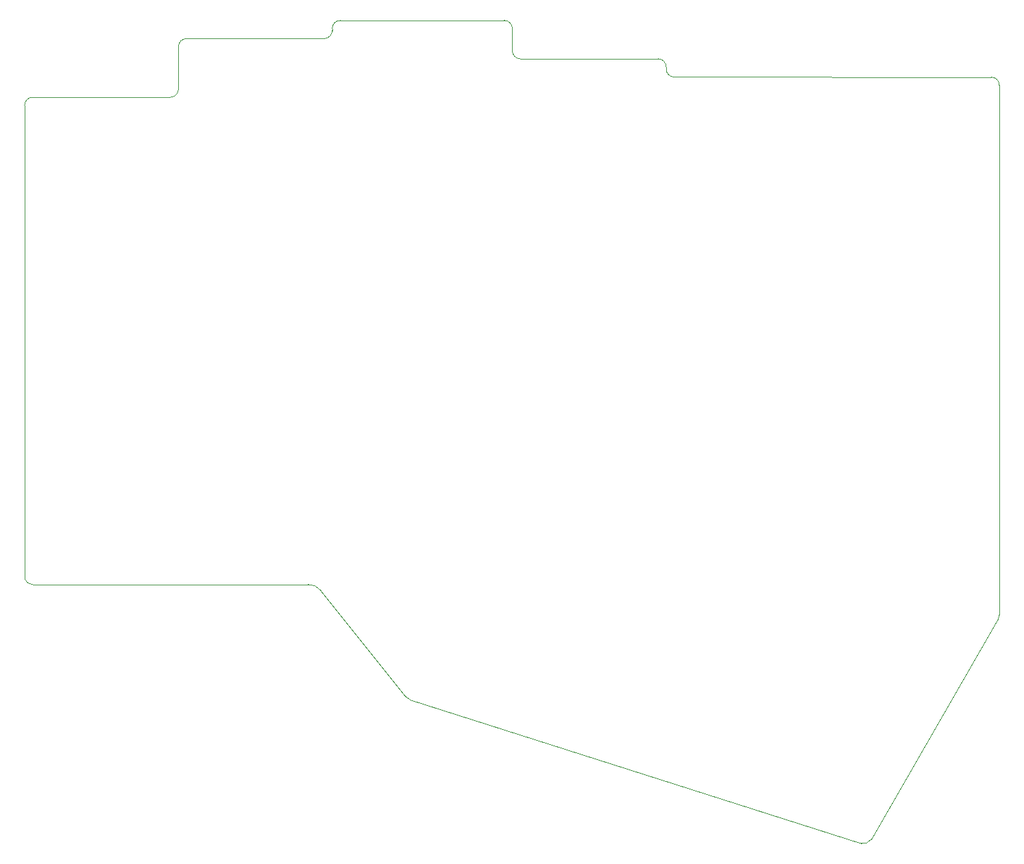
<source format=gbr>
%TF.GenerationSoftware,KiCad,Pcbnew,8.0.2-1*%
%TF.CreationDate,2024-06-10T16:33:35+09:00*%
%TF.ProjectId,Miriball36_bottom,4d697269-6261-46c6-9c33-365f626f7474,rev?*%
%TF.SameCoordinates,Original*%
%TF.FileFunction,Profile,NP*%
%FSLAX46Y46*%
G04 Gerber Fmt 4.6, Leading zero omitted, Abs format (unit mm)*
G04 Created by KiCad (PCBNEW 8.0.2-1) date 2024-06-10 16:33:35*
%MOMM*%
%LPD*%
G01*
G04 APERTURE LIST*
%TA.AperFunction,Profile*%
%ADD10C,0.050000*%
%TD*%
G04 APERTURE END LIST*
D10*
X106090000Y-38040000D02*
G75*
G02*
X107090000Y-39040000I0J-1000000D01*
G01*
X151372522Y-139342328D02*
X167106175Y-112071952D01*
X125090000Y-42790000D02*
X108090000Y-42790000D01*
X106090000Y-38040000D02*
X85840000Y-38040000D01*
X108090000Y-42790000D02*
G75*
G02*
X107090000Y-41790000I0J1000000D01*
G01*
X83440507Y-108542346D02*
X93923574Y-121676077D01*
X46840000Y-48540000D02*
X46840000Y-106790000D01*
X167240000Y-111572212D02*
X167240000Y-46047107D01*
X65840000Y-46540000D02*
G75*
G02*
X64840000Y-47540000I-1000000J0D01*
G01*
X84840000Y-39040000D02*
X84840000Y-39290000D01*
X64840000Y-47540000D02*
X47840000Y-47540000D01*
X166240000Y-45047107D02*
G75*
G02*
X167239993Y-46047107I0J-999993D01*
G01*
X65840000Y-41290000D02*
G75*
G02*
X66840000Y-40290000I1000000J0D01*
G01*
X81877382Y-107790000D02*
G75*
G02*
X83440489Y-108542361I18J-1999900D01*
G01*
X47840000Y-107790000D02*
X81877382Y-107790000D01*
X151372522Y-139342328D02*
G75*
G02*
X150202599Y-139795328I-866122J499628D01*
G01*
X166240000Y-45047107D02*
X127090000Y-45040000D01*
X84840000Y-39040000D02*
G75*
G02*
X85840000Y-38040000I1000000J0D01*
G01*
X107090000Y-41790000D02*
X107090000Y-39040000D01*
X126090000Y-43790000D02*
X126090000Y-44040000D01*
X94401384Y-122005001D02*
G75*
G02*
X93923548Y-121676098I303716J952801D01*
G01*
X125090000Y-42790000D02*
G75*
G02*
X126090000Y-43790000I0J-1000000D01*
G01*
X127090000Y-45040000D02*
G75*
G02*
X126090000Y-44040000I0J1000000D01*
G01*
X47840000Y-107790000D02*
G75*
G02*
X46840000Y-106790000I0J1000000D01*
G01*
X94401384Y-122005001D02*
X150202595Y-139795339D01*
X65840000Y-41290000D02*
X65840000Y-46540000D01*
X46840000Y-48540000D02*
G75*
G02*
X47840000Y-47540000I1000000J0D01*
G01*
X167240000Y-111572212D02*
G75*
G02*
X167106170Y-112071949I-1000000J12D01*
G01*
X84840000Y-39290000D02*
G75*
G02*
X83840000Y-40290000I-1000000J0D01*
G01*
X83840000Y-40290000D02*
X66840000Y-40290000D01*
M02*

</source>
